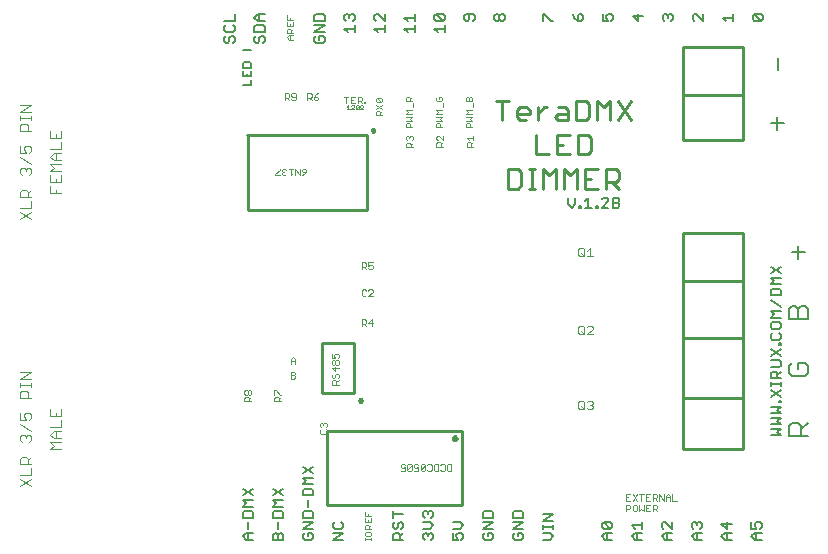
<source format=gto>
G75*
G70*
%OFA0B0*%
%FSLAX24Y24*%
%IPPOS*%
%LPD*%
%AMOC8*
5,1,8,0,0,1.08239X$1,22.5*
%
%ADD10C,0.0060*%
%ADD11C,0.0030*%
%ADD12C,0.0050*%
%ADD13C,0.0020*%
%ADD14C,0.0100*%
%ADD15C,0.0070*%
%ADD16C,0.0040*%
%ADD17C,0.0110*%
D10*
X009025Y002383D02*
X009138Y002497D01*
X009365Y002497D01*
X009195Y002497D02*
X009195Y002270D01*
X009138Y002270D02*
X009025Y002383D01*
X009138Y002270D02*
X009365Y002270D01*
X009195Y002638D02*
X009195Y002865D01*
X009365Y003007D02*
X009365Y003177D01*
X009308Y003233D01*
X009081Y003233D01*
X009025Y003177D01*
X009025Y003007D01*
X009365Y003007D01*
X009365Y003375D02*
X009025Y003375D01*
X009138Y003488D01*
X009025Y003602D01*
X009365Y003602D01*
X009365Y003743D02*
X009025Y003970D01*
X009025Y003743D02*
X009365Y003970D01*
X010025Y003970D02*
X010365Y003743D01*
X010365Y003602D02*
X010025Y003602D01*
X010138Y003488D01*
X010025Y003375D01*
X010365Y003375D01*
X010308Y003233D02*
X010081Y003233D01*
X010025Y003177D01*
X010025Y003007D01*
X010365Y003007D01*
X010365Y003177D01*
X010308Y003233D01*
X010195Y002865D02*
X010195Y002638D01*
X010252Y002497D02*
X010195Y002440D01*
X010195Y002270D01*
X010365Y002270D02*
X010025Y002270D01*
X010025Y002440D01*
X010081Y002497D01*
X010138Y002497D01*
X010195Y002440D01*
X010252Y002497D02*
X010308Y002497D01*
X010365Y002440D01*
X010365Y002270D01*
X011025Y002327D02*
X011081Y002270D01*
X011308Y002270D01*
X011365Y002327D01*
X011365Y002440D01*
X011308Y002497D01*
X011195Y002497D01*
X011195Y002383D01*
X011081Y002497D02*
X011025Y002440D01*
X011025Y002327D01*
X011025Y002638D02*
X011365Y002865D01*
X011025Y002865D01*
X011025Y003007D02*
X011025Y003177D01*
X011081Y003233D01*
X011308Y003233D01*
X011365Y003177D01*
X011365Y003007D01*
X011025Y003007D01*
X011025Y002638D02*
X011365Y002638D01*
X012025Y002695D02*
X012081Y002638D01*
X012308Y002638D01*
X012365Y002695D01*
X012365Y002808D01*
X012308Y002865D01*
X012081Y002865D02*
X012025Y002808D01*
X012025Y002695D01*
X012025Y002497D02*
X012365Y002497D01*
X012025Y002270D01*
X012365Y002270D01*
X011195Y003375D02*
X011195Y003602D01*
X011025Y003743D02*
X011365Y003743D01*
X011365Y003913D01*
X011308Y003970D01*
X011081Y003970D01*
X011025Y003913D01*
X011025Y003743D01*
X011025Y004112D02*
X011138Y004225D01*
X011025Y004338D01*
X011365Y004338D01*
X011365Y004480D02*
X011025Y004707D01*
X011025Y004480D02*
X011365Y004707D01*
X011365Y004112D02*
X011025Y004112D01*
X010365Y003970D02*
X010025Y003743D01*
X014025Y003233D02*
X014025Y003007D01*
X014025Y003120D02*
X014365Y003120D01*
X014308Y002865D02*
X014365Y002808D01*
X014365Y002695D01*
X014308Y002638D01*
X014195Y002695D02*
X014195Y002808D01*
X014252Y002865D01*
X014308Y002865D01*
X014195Y002695D02*
X014138Y002638D01*
X014081Y002638D01*
X014025Y002695D01*
X014025Y002808D01*
X014081Y002865D01*
X014081Y002497D02*
X014195Y002497D01*
X014252Y002440D01*
X014252Y002270D01*
X014365Y002270D02*
X014025Y002270D01*
X014025Y002440D01*
X014081Y002497D01*
X014252Y002383D02*
X014365Y002497D01*
X015025Y002440D02*
X015025Y002327D01*
X015081Y002270D01*
X015195Y002383D02*
X015195Y002440D01*
X015252Y002497D01*
X015308Y002497D01*
X015365Y002440D01*
X015365Y002327D01*
X015308Y002270D01*
X015195Y002440D02*
X015138Y002497D01*
X015081Y002497D01*
X015025Y002440D01*
X015025Y002638D02*
X015252Y002638D01*
X015365Y002752D01*
X015252Y002865D01*
X015025Y002865D01*
X015081Y003007D02*
X015025Y003063D01*
X015025Y003177D01*
X015081Y003233D01*
X015138Y003233D01*
X015195Y003177D01*
X015252Y003233D01*
X015308Y003233D01*
X015365Y003177D01*
X015365Y003063D01*
X015308Y003007D01*
X015195Y003120D02*
X015195Y003177D01*
X016025Y002865D02*
X016252Y002865D01*
X016365Y002752D01*
X016252Y002638D01*
X016025Y002638D01*
X016025Y002497D02*
X016025Y002270D01*
X016195Y002270D01*
X016138Y002383D01*
X016138Y002440D01*
X016195Y002497D01*
X016308Y002497D01*
X016365Y002440D01*
X016365Y002327D01*
X016308Y002270D01*
X017025Y002327D02*
X017081Y002270D01*
X017308Y002270D01*
X017365Y002327D01*
X017365Y002440D01*
X017308Y002497D01*
X017195Y002497D01*
X017195Y002383D01*
X017081Y002497D02*
X017025Y002440D01*
X017025Y002327D01*
X017025Y002638D02*
X017365Y002865D01*
X017025Y002865D01*
X017025Y003007D02*
X017025Y003177D01*
X017081Y003233D01*
X017308Y003233D01*
X017365Y003177D01*
X017365Y003007D01*
X017025Y003007D01*
X017025Y002638D02*
X017365Y002638D01*
X018025Y002638D02*
X018365Y002865D01*
X018025Y002865D01*
X018025Y003007D02*
X018025Y003177D01*
X018081Y003233D01*
X018308Y003233D01*
X018365Y003177D01*
X018365Y003007D01*
X018025Y003007D01*
X018025Y002638D02*
X018365Y002638D01*
X018308Y002497D02*
X018195Y002497D01*
X018195Y002383D01*
X018308Y002270D02*
X018081Y002270D01*
X018025Y002327D01*
X018025Y002440D01*
X018081Y002497D01*
X018308Y002497D02*
X018365Y002440D01*
X018365Y002327D01*
X018308Y002270D01*
X019025Y002270D02*
X019252Y002270D01*
X019365Y002383D01*
X019252Y002497D01*
X019025Y002497D01*
X019025Y002638D02*
X019025Y002752D01*
X019025Y002695D02*
X019365Y002695D01*
X019365Y002638D02*
X019365Y002752D01*
X019365Y002884D02*
X019025Y002884D01*
X019365Y003111D01*
X019025Y003111D01*
X020992Y002801D02*
X021048Y002857D01*
X021275Y002631D01*
X021332Y002687D01*
X021332Y002801D01*
X021275Y002857D01*
X021048Y002857D01*
X020992Y002801D02*
X020992Y002687D01*
X021048Y002631D01*
X021275Y002631D01*
X021332Y002489D02*
X021105Y002489D01*
X020992Y002376D01*
X021105Y002262D01*
X021332Y002262D01*
X021162Y002262D02*
X021162Y002489D01*
X021988Y002376D02*
X022101Y002489D01*
X022328Y002489D01*
X022328Y002631D02*
X022328Y002857D01*
X022328Y002744D02*
X021988Y002744D01*
X022101Y002631D01*
X022158Y002489D02*
X022158Y002262D01*
X022101Y002262D02*
X022328Y002262D01*
X022101Y002262D02*
X021988Y002376D01*
X022984Y002376D02*
X023097Y002489D01*
X023324Y002489D01*
X023324Y002631D02*
X023097Y002857D01*
X023040Y002857D01*
X022984Y002801D01*
X022984Y002687D01*
X023040Y002631D01*
X023154Y002489D02*
X023154Y002262D01*
X023097Y002262D02*
X022984Y002376D01*
X023097Y002262D02*
X023324Y002262D01*
X023324Y002631D02*
X023324Y002857D01*
X023980Y002801D02*
X024036Y002857D01*
X024093Y002857D01*
X024150Y002801D01*
X024206Y002857D01*
X024263Y002857D01*
X024320Y002801D01*
X024320Y002687D01*
X024263Y002631D01*
X024320Y002489D02*
X024093Y002489D01*
X023980Y002376D01*
X024093Y002262D01*
X024320Y002262D01*
X024150Y002262D02*
X024150Y002489D01*
X024036Y002631D02*
X023980Y002687D01*
X023980Y002801D01*
X024150Y002801D02*
X024150Y002744D01*
X024976Y002801D02*
X025146Y002631D01*
X025146Y002857D01*
X025316Y002801D02*
X024976Y002801D01*
X025089Y002489D02*
X025316Y002489D01*
X025146Y002489D02*
X025146Y002262D01*
X025089Y002262D02*
X024976Y002376D01*
X025089Y002489D01*
X025089Y002262D02*
X025316Y002262D01*
X025972Y002376D02*
X026085Y002489D01*
X026312Y002489D01*
X026255Y002631D02*
X026312Y002687D01*
X026312Y002801D01*
X026255Y002857D01*
X026142Y002857D01*
X026085Y002801D01*
X026085Y002744D01*
X026142Y002631D01*
X025972Y002631D01*
X025972Y002857D01*
X026142Y002489D02*
X026142Y002262D01*
X026085Y002262D02*
X025972Y002376D01*
X026085Y002262D02*
X026312Y002262D01*
X026615Y005745D02*
X026955Y005745D01*
X026842Y005858D01*
X026955Y005972D01*
X026615Y005972D01*
X026615Y006113D02*
X026955Y006113D01*
X026842Y006227D01*
X026955Y006340D01*
X026615Y006340D01*
X026615Y006481D02*
X026955Y006481D01*
X026842Y006595D01*
X026955Y006708D01*
X026615Y006708D01*
X026898Y006850D02*
X026898Y006907D01*
X026955Y006907D01*
X026955Y006850D01*
X026898Y006850D01*
X026955Y007034D02*
X026615Y007261D01*
X026615Y007402D02*
X026615Y007516D01*
X026615Y007459D02*
X026955Y007459D01*
X026955Y007402D02*
X026955Y007516D01*
X026955Y007648D02*
X026615Y007648D01*
X026615Y007818D01*
X026671Y007875D01*
X026785Y007875D01*
X026842Y007818D01*
X026842Y007648D01*
X026842Y007761D02*
X026955Y007875D01*
X026898Y008016D02*
X026955Y008073D01*
X026955Y008186D01*
X026898Y008243D01*
X026615Y008243D01*
X026615Y008384D02*
X026955Y008611D01*
X026955Y008753D02*
X026898Y008753D01*
X026898Y008809D01*
X026955Y008809D01*
X026955Y008753D01*
X026898Y008937D02*
X026955Y008994D01*
X026955Y009107D01*
X026898Y009164D01*
X026898Y009305D02*
X026955Y009362D01*
X026955Y009475D01*
X026898Y009532D01*
X026671Y009532D01*
X026615Y009475D01*
X026615Y009362D01*
X026671Y009305D01*
X026898Y009305D01*
X026671Y009164D02*
X026615Y009107D01*
X026615Y008994D01*
X026671Y008937D01*
X026898Y008937D01*
X026615Y008611D02*
X026955Y008384D01*
X026898Y008016D02*
X026615Y008016D01*
X026955Y007261D02*
X026615Y007034D01*
X026615Y009674D02*
X026728Y009787D01*
X026615Y009900D01*
X026955Y009900D01*
X026955Y010042D02*
X026615Y010269D01*
X026615Y010410D02*
X026615Y010580D01*
X026671Y010637D01*
X026898Y010637D01*
X026955Y010580D01*
X026955Y010410D01*
X026615Y010410D01*
X026615Y010778D02*
X026728Y010892D01*
X026615Y011005D01*
X026955Y011005D01*
X026955Y011147D02*
X026615Y011374D01*
X026615Y011147D02*
X026955Y011374D01*
X026955Y010778D02*
X026615Y010778D01*
X026615Y009674D02*
X026955Y009674D01*
X021574Y013387D02*
X021517Y013330D01*
X021347Y013330D01*
X021347Y013670D01*
X021517Y013670D01*
X021574Y013614D01*
X021574Y013557D01*
X021517Y013500D01*
X021347Y013500D01*
X021205Y013557D02*
X020978Y013330D01*
X021205Y013330D01*
X021205Y013557D02*
X021205Y013614D01*
X021149Y013670D01*
X021035Y013670D01*
X020978Y013614D01*
X020851Y013387D02*
X020851Y013330D01*
X020794Y013330D01*
X020794Y013387D01*
X020851Y013387D01*
X020653Y013330D02*
X020426Y013330D01*
X020539Y013330D02*
X020539Y013670D01*
X020426Y013557D01*
X020298Y013387D02*
X020298Y013330D01*
X020242Y013330D01*
X020242Y013387D01*
X020298Y013387D01*
X020100Y013443D02*
X020100Y013670D01*
X020100Y013443D02*
X019987Y013330D01*
X019873Y013443D01*
X019873Y013670D01*
X021517Y013500D02*
X021574Y013443D01*
X021574Y013387D01*
X015745Y019193D02*
X015745Y019420D01*
X015745Y019307D02*
X015405Y019307D01*
X015518Y019193D01*
X015461Y019562D02*
X015405Y019618D01*
X015405Y019732D01*
X015461Y019789D01*
X015688Y019562D01*
X015745Y019618D01*
X015745Y019732D01*
X015688Y019789D01*
X015461Y019789D01*
X015461Y019562D02*
X015688Y019562D01*
X016405Y019618D02*
X016461Y019562D01*
X016518Y019562D01*
X016575Y019618D01*
X016575Y019789D01*
X016688Y019789D02*
X016461Y019789D01*
X016405Y019732D01*
X016405Y019618D01*
X016688Y019562D02*
X016745Y019618D01*
X016745Y019732D01*
X016688Y019789D01*
X017405Y019732D02*
X017405Y019618D01*
X017461Y019562D01*
X017518Y019562D01*
X017575Y019618D01*
X017575Y019732D01*
X017632Y019789D01*
X017688Y019789D01*
X017745Y019732D01*
X017745Y019618D01*
X017688Y019562D01*
X017632Y019562D01*
X017575Y019618D01*
X017575Y019732D02*
X017518Y019789D01*
X017461Y019789D01*
X017405Y019732D01*
X019015Y019789D02*
X019015Y019562D01*
X019015Y019789D02*
X019071Y019789D01*
X019298Y019562D01*
X019355Y019562D01*
X020015Y019789D02*
X020071Y019675D01*
X020185Y019562D01*
X020185Y019732D01*
X020242Y019789D01*
X020298Y019789D01*
X020355Y019732D01*
X020355Y019618D01*
X020298Y019562D01*
X020185Y019562D01*
X021015Y019562D02*
X021185Y019562D01*
X021128Y019675D01*
X021128Y019732D01*
X021185Y019789D01*
X021298Y019789D01*
X021355Y019732D01*
X021355Y019618D01*
X021298Y019562D01*
X021015Y019562D02*
X021015Y019789D01*
X022015Y019732D02*
X022185Y019562D01*
X022185Y019789D01*
X022355Y019732D02*
X022015Y019732D01*
X023015Y019732D02*
X023015Y019618D01*
X023071Y019562D01*
X023185Y019675D02*
X023185Y019732D01*
X023242Y019789D01*
X023298Y019789D01*
X023355Y019732D01*
X023355Y019618D01*
X023298Y019562D01*
X023185Y019732D02*
X023128Y019789D01*
X023071Y019789D01*
X023015Y019732D01*
X024015Y019732D02*
X024015Y019618D01*
X024071Y019562D01*
X024015Y019732D02*
X024071Y019789D01*
X024128Y019789D01*
X024355Y019562D01*
X024355Y019789D01*
X025015Y019675D02*
X025355Y019675D01*
X025355Y019562D02*
X025355Y019789D01*
X025128Y019562D02*
X025015Y019675D01*
X026015Y019618D02*
X026015Y019732D01*
X026071Y019789D01*
X026298Y019562D01*
X026355Y019618D01*
X026355Y019732D01*
X026298Y019789D01*
X026071Y019789D01*
X026015Y019618D02*
X026071Y019562D01*
X026298Y019562D01*
X014745Y019562D02*
X014745Y019789D01*
X014745Y019675D02*
X014405Y019675D01*
X014518Y019562D01*
X014745Y019420D02*
X014745Y019193D01*
X014745Y019307D02*
X014405Y019307D01*
X014518Y019193D01*
X013745Y019193D02*
X013745Y019420D01*
X013745Y019307D02*
X013405Y019307D01*
X013518Y019193D01*
X013461Y019562D02*
X013405Y019618D01*
X013405Y019732D01*
X013461Y019789D01*
X013518Y019789D01*
X013745Y019562D01*
X013745Y019789D01*
X012745Y019732D02*
X012745Y019618D01*
X012688Y019562D01*
X012745Y019420D02*
X012745Y019193D01*
X012745Y019307D02*
X012405Y019307D01*
X012518Y019193D01*
X012461Y019562D02*
X012405Y019618D01*
X012405Y019732D01*
X012461Y019789D01*
X012518Y019789D01*
X012575Y019732D01*
X012632Y019789D01*
X012688Y019789D01*
X012745Y019732D01*
X012575Y019732D02*
X012575Y019675D01*
X011745Y019732D02*
X011745Y019562D01*
X011405Y019562D01*
X011405Y019732D01*
X011461Y019789D01*
X011688Y019789D01*
X011745Y019732D01*
X011745Y019420D02*
X011405Y019420D01*
X011405Y019193D02*
X011745Y019420D01*
X011745Y019193D02*
X011405Y019193D01*
X011461Y019052D02*
X011405Y018995D01*
X011405Y018882D01*
X011461Y018825D01*
X011688Y018825D01*
X011745Y018882D01*
X011745Y018995D01*
X011688Y019052D01*
X011575Y019052D01*
X011575Y018938D01*
X009745Y018882D02*
X009688Y018825D01*
X009745Y018882D02*
X009745Y018995D01*
X009688Y019052D01*
X009632Y019052D01*
X009575Y018995D01*
X009575Y018882D01*
X009518Y018825D01*
X009461Y018825D01*
X009405Y018882D01*
X009405Y018995D01*
X009461Y019052D01*
X009405Y019193D02*
X009405Y019364D01*
X009461Y019420D01*
X009688Y019420D01*
X009745Y019364D01*
X009745Y019193D01*
X009405Y019193D01*
X009518Y019562D02*
X009405Y019675D01*
X009518Y019789D01*
X009745Y019789D01*
X009575Y019789D02*
X009575Y019562D01*
X009518Y019562D02*
X009745Y019562D01*
X008745Y019562D02*
X008745Y019789D01*
X008745Y019562D02*
X008405Y019562D01*
X008461Y019420D02*
X008405Y019364D01*
X008405Y019250D01*
X008461Y019193D01*
X008688Y019193D01*
X008745Y019250D01*
X008745Y019364D01*
X008688Y019420D01*
X008688Y019052D02*
X008745Y018995D01*
X008745Y018882D01*
X008688Y018825D01*
X008575Y018882D02*
X008518Y018825D01*
X008461Y018825D01*
X008405Y018882D01*
X008405Y018995D01*
X008461Y019052D01*
X008575Y018995D02*
X008632Y019052D01*
X008688Y019052D01*
X008575Y018995D02*
X008575Y018882D01*
D11*
X010480Y019011D02*
X010550Y019081D01*
X010690Y019081D01*
X010690Y019162D02*
X010480Y019162D01*
X010480Y019267D01*
X010515Y019302D01*
X010585Y019302D01*
X010620Y019267D01*
X010620Y019162D01*
X010620Y019232D02*
X010690Y019302D01*
X010690Y019383D02*
X010690Y019523D01*
X010690Y019604D02*
X010480Y019604D01*
X010480Y019744D01*
X010585Y019674D02*
X010585Y019604D01*
X010480Y019523D02*
X010480Y019383D01*
X010690Y019383D01*
X010585Y019383D02*
X010585Y019453D01*
X010585Y019081D02*
X010585Y018941D01*
X010550Y018941D02*
X010480Y019011D01*
X010550Y018941D02*
X010690Y018941D01*
X020200Y011957D02*
X020200Y011763D01*
X020248Y011715D01*
X020345Y011715D01*
X020393Y011763D01*
X020393Y011957D01*
X020345Y012005D01*
X020248Y012005D01*
X020200Y011957D01*
X020297Y011812D02*
X020393Y011715D01*
X020495Y011715D02*
X020688Y011715D01*
X020591Y011715D02*
X020591Y012005D01*
X020495Y011908D01*
X020543Y009405D02*
X020495Y009357D01*
X020543Y009405D02*
X020640Y009405D01*
X020688Y009357D01*
X020688Y009308D01*
X020495Y009115D01*
X020688Y009115D01*
X020393Y009115D02*
X020297Y009212D01*
X020393Y009163D02*
X020345Y009115D01*
X020248Y009115D01*
X020200Y009163D01*
X020200Y009357D01*
X020248Y009405D01*
X020345Y009405D01*
X020393Y009357D01*
X020393Y009163D01*
X020345Y006905D02*
X020393Y006857D01*
X020393Y006663D01*
X020345Y006615D01*
X020248Y006615D01*
X020200Y006663D01*
X020200Y006857D01*
X020248Y006905D01*
X020345Y006905D01*
X020495Y006857D02*
X020543Y006905D01*
X020640Y006905D01*
X020688Y006857D01*
X020688Y006808D01*
X020640Y006760D01*
X020688Y006712D01*
X020688Y006663D01*
X020640Y006615D01*
X020543Y006615D01*
X020495Y006663D01*
X020393Y006615D02*
X020297Y006712D01*
X020591Y006760D02*
X020640Y006760D01*
X013290Y003065D02*
X013080Y003065D01*
X013080Y003205D01*
X013185Y003135D02*
X013185Y003065D01*
X013290Y002984D02*
X013290Y002844D01*
X013080Y002844D01*
X013080Y002984D01*
X013185Y002914D02*
X013185Y002844D01*
X013185Y002763D02*
X013220Y002728D01*
X013220Y002623D01*
X013290Y002623D02*
X013080Y002623D01*
X013080Y002728D01*
X013115Y002763D01*
X013185Y002763D01*
X013220Y002693D02*
X013290Y002763D01*
X013255Y002542D02*
X013115Y002542D01*
X013080Y002507D01*
X013080Y002437D01*
X013115Y002402D01*
X013255Y002402D01*
X013290Y002437D01*
X013290Y002507D01*
X013255Y002542D01*
X013290Y002325D02*
X013290Y002255D01*
X013290Y002290D02*
X013080Y002290D01*
X013080Y002255D02*
X013080Y002325D01*
D12*
X009300Y017415D02*
X009030Y017415D01*
X009300Y017415D02*
X009300Y017595D01*
X009300Y017710D02*
X009300Y017890D01*
X009300Y018004D02*
X009030Y018004D01*
X009030Y018139D01*
X009075Y018184D01*
X009255Y018184D01*
X009300Y018139D01*
X009300Y018004D01*
X009165Y017800D02*
X009165Y017710D01*
X009030Y017710D02*
X009300Y017710D01*
X009030Y017710D02*
X009030Y017890D01*
X009030Y018594D02*
X009300Y018594D01*
D13*
X010415Y017150D02*
X010525Y017150D01*
X010562Y017113D01*
X010562Y017040D01*
X010525Y017003D01*
X010415Y017003D01*
X010415Y016930D02*
X010415Y017150D01*
X010488Y017003D02*
X010562Y016930D01*
X010636Y016967D02*
X010673Y016930D01*
X010746Y016930D01*
X010783Y016967D01*
X010783Y017113D01*
X010746Y017150D01*
X010673Y017150D01*
X010636Y017113D01*
X010636Y017077D01*
X010673Y017040D01*
X010783Y017040D01*
X011165Y017003D02*
X011275Y017003D01*
X011312Y017040D01*
X011312Y017113D01*
X011275Y017150D01*
X011165Y017150D01*
X011165Y016930D01*
X011238Y017003D02*
X011312Y016930D01*
X011386Y016967D02*
X011423Y016930D01*
X011496Y016930D01*
X011533Y016967D01*
X011533Y017003D01*
X011496Y017040D01*
X011386Y017040D01*
X011386Y016967D01*
X011386Y017040D02*
X011459Y017113D01*
X011533Y017150D01*
X012495Y016703D02*
X012542Y016750D01*
X012542Y016610D01*
X012588Y016610D02*
X012495Y016610D01*
X012642Y016610D02*
X012736Y016703D01*
X012736Y016727D01*
X012712Y016750D01*
X012666Y016750D01*
X012642Y016727D01*
X012642Y016610D02*
X012736Y016610D01*
X012790Y016633D02*
X012883Y016727D01*
X012883Y016633D01*
X012860Y016610D01*
X012813Y016610D01*
X012790Y016633D01*
X012790Y016727D01*
X012813Y016750D01*
X012860Y016750D01*
X012883Y016727D01*
X012937Y016727D02*
X012960Y016750D01*
X013007Y016750D01*
X013030Y016727D01*
X013030Y016680D01*
X013007Y016657D01*
X013007Y016610D01*
X013030Y016610D01*
X012960Y016610D02*
X012960Y016657D01*
X012937Y016680D01*
X012937Y016727D01*
X012937Y016610D02*
X012960Y016610D01*
X014465Y015691D02*
X014502Y015728D01*
X014538Y015728D01*
X014575Y015691D01*
X014612Y015728D01*
X014648Y015728D01*
X014685Y015691D01*
X014685Y015618D01*
X014648Y015581D01*
X014685Y015507D02*
X014612Y015433D01*
X014612Y015470D02*
X014612Y015360D01*
X014685Y015360D02*
X014465Y015360D01*
X014465Y015470D01*
X014502Y015507D01*
X014575Y015507D01*
X014612Y015470D01*
X014502Y015581D02*
X014465Y015618D01*
X014465Y015691D01*
X014575Y015691D02*
X014575Y015654D01*
X015475Y015628D02*
X015512Y015591D01*
X015475Y015628D02*
X015475Y015701D01*
X015512Y015738D01*
X015548Y015738D01*
X015695Y015591D01*
X015695Y015738D01*
X015695Y015517D02*
X015622Y015443D01*
X015622Y015480D02*
X015622Y015370D01*
X015695Y015370D02*
X015475Y015370D01*
X015475Y015480D01*
X015512Y015517D01*
X015585Y015517D01*
X015622Y015480D01*
X016485Y015480D02*
X016485Y015370D01*
X016705Y015370D01*
X016632Y015370D02*
X016632Y015480D01*
X016595Y015517D01*
X016522Y015517D01*
X016485Y015480D01*
X016558Y015591D02*
X016485Y015664D01*
X016705Y015664D01*
X016705Y015591D02*
X016705Y015738D01*
X016705Y015517D02*
X016632Y015443D01*
X013351Y011510D02*
X013204Y011510D01*
X013204Y011400D01*
X013277Y011437D01*
X013314Y011437D01*
X013351Y011400D01*
X013351Y011327D01*
X013314Y011290D01*
X013241Y011290D01*
X013204Y011327D01*
X013130Y011290D02*
X013056Y011363D01*
X013093Y011363D02*
X012983Y011363D01*
X012983Y011290D02*
X012983Y011510D01*
X013093Y011510D01*
X013130Y011473D01*
X013130Y011400D01*
X013093Y011363D01*
X013093Y010610D02*
X013020Y010610D01*
X012983Y010573D01*
X012983Y010427D01*
X013020Y010390D01*
X013093Y010390D01*
X013130Y010427D01*
X013204Y010390D02*
X013351Y010537D01*
X013351Y010573D01*
X013314Y010610D01*
X013241Y010610D01*
X013204Y010573D01*
X013130Y010573D02*
X013093Y010610D01*
X013204Y010390D02*
X013351Y010390D01*
X013314Y009610D02*
X013204Y009500D01*
X013351Y009500D01*
X013314Y009390D02*
X013314Y009610D01*
X013130Y009573D02*
X013130Y009500D01*
X013093Y009463D01*
X012983Y009463D01*
X012983Y009390D02*
X012983Y009610D01*
X013093Y009610D01*
X013130Y009573D01*
X013056Y009463D02*
X013130Y009390D01*
X012178Y008471D02*
X012215Y008434D01*
X012215Y008361D01*
X012178Y008324D01*
X012105Y008324D02*
X012068Y008397D01*
X012068Y008434D01*
X012105Y008471D01*
X012178Y008471D01*
X012105Y008324D02*
X011995Y008324D01*
X011995Y008471D01*
X012032Y008250D02*
X012068Y008250D01*
X012105Y008213D01*
X012105Y008140D01*
X012068Y008103D01*
X012032Y008103D01*
X011995Y008140D01*
X011995Y008213D01*
X012032Y008250D01*
X012105Y008213D02*
X012142Y008250D01*
X012178Y008250D01*
X012215Y008213D01*
X012215Y008140D01*
X012178Y008103D01*
X012142Y008103D01*
X012105Y008140D01*
X012105Y008029D02*
X012105Y007882D01*
X011995Y007992D01*
X012215Y007992D01*
X012178Y007808D02*
X012215Y007771D01*
X012215Y007698D01*
X012178Y007661D01*
X012105Y007698D02*
X012105Y007771D01*
X012142Y007808D01*
X012178Y007808D01*
X012105Y007698D02*
X012068Y007661D01*
X012032Y007661D01*
X011995Y007698D01*
X011995Y007771D01*
X012032Y007808D01*
X012032Y007587D02*
X012105Y007587D01*
X012142Y007550D01*
X012142Y007440D01*
X012215Y007440D02*
X011995Y007440D01*
X011995Y007550D01*
X012032Y007587D01*
X012142Y007513D02*
X012215Y007587D01*
X010772Y007677D02*
X010735Y007640D01*
X010625Y007640D01*
X010625Y007860D01*
X010735Y007860D01*
X010772Y007823D01*
X010772Y007787D01*
X010735Y007750D01*
X010625Y007750D01*
X010735Y007750D02*
X010772Y007713D01*
X010772Y007677D01*
X010772Y008130D02*
X010772Y008277D01*
X010698Y008350D01*
X010625Y008277D01*
X010625Y008130D01*
X010625Y008240D02*
X010772Y008240D01*
X010112Y007248D02*
X010258Y007101D01*
X010295Y007101D01*
X010295Y007027D02*
X010222Y006953D01*
X010222Y006990D02*
X010222Y006880D01*
X010295Y006880D02*
X010075Y006880D01*
X010075Y006990D01*
X010112Y007027D01*
X010185Y007027D01*
X010222Y006990D01*
X010075Y007101D02*
X010075Y007248D01*
X010112Y007248D01*
X009295Y007211D02*
X009295Y007138D01*
X009258Y007101D01*
X009222Y007101D01*
X009185Y007138D01*
X009185Y007211D01*
X009222Y007248D01*
X009258Y007248D01*
X009295Y007211D01*
X009185Y007211D02*
X009148Y007248D01*
X009112Y007248D01*
X009075Y007211D01*
X009075Y007138D01*
X009112Y007101D01*
X009148Y007101D01*
X009185Y007138D01*
X009185Y007027D02*
X009222Y006990D01*
X009222Y006880D01*
X009295Y006880D02*
X009075Y006880D01*
X009075Y006990D01*
X009112Y007027D01*
X009185Y007027D01*
X009222Y006953D02*
X009295Y007027D01*
X011595Y006131D02*
X011595Y006058D01*
X011632Y006021D01*
X011632Y005947D02*
X011595Y005910D01*
X011595Y005837D01*
X011632Y005800D01*
X011778Y005800D01*
X011815Y005837D01*
X011815Y005910D01*
X011778Y005947D01*
X011778Y006021D02*
X011815Y006058D01*
X011815Y006131D01*
X011778Y006168D01*
X011742Y006168D01*
X011705Y006131D01*
X011705Y006094D01*
X011705Y006131D02*
X011668Y006168D01*
X011632Y006168D01*
X011595Y006131D01*
X014281Y004753D02*
X014318Y004790D01*
X014391Y004790D01*
X014428Y004753D01*
X014428Y004680D02*
X014355Y004643D01*
X014318Y004643D01*
X014281Y004680D01*
X014281Y004753D01*
X014428Y004680D02*
X014428Y004570D01*
X014281Y004570D01*
X014502Y004607D02*
X014649Y004753D01*
X014612Y004790D01*
X014539Y004790D01*
X014502Y004753D01*
X014502Y004607D01*
X014539Y004570D01*
X014612Y004570D01*
X014649Y004607D01*
X014649Y004753D01*
X014723Y004753D02*
X014760Y004790D01*
X014833Y004790D01*
X014870Y004753D01*
X014870Y004680D02*
X014797Y004643D01*
X014760Y004643D01*
X014723Y004680D01*
X014723Y004753D01*
X014870Y004680D02*
X014870Y004570D01*
X014723Y004570D01*
X014944Y004607D02*
X015091Y004753D01*
X015054Y004790D01*
X014981Y004790D01*
X014944Y004753D01*
X014944Y004607D01*
X014981Y004570D01*
X015054Y004570D01*
X015091Y004607D01*
X015091Y004753D01*
X015165Y004753D02*
X015202Y004790D01*
X015275Y004790D01*
X015312Y004753D01*
X015312Y004607D01*
X015275Y004570D01*
X015202Y004570D01*
X015165Y004607D01*
X015386Y004607D02*
X015423Y004570D01*
X015533Y004570D01*
X015533Y004790D01*
X015423Y004790D01*
X015386Y004753D01*
X015386Y004607D01*
X015607Y004607D02*
X015644Y004570D01*
X015717Y004570D01*
X015754Y004607D01*
X015754Y004753D01*
X015717Y004790D01*
X015644Y004790D01*
X015607Y004753D01*
X015828Y004753D02*
X015828Y004607D01*
X015865Y004570D01*
X015975Y004570D01*
X015975Y004790D01*
X015865Y004790D01*
X015828Y004753D01*
X021795Y003790D02*
X021795Y003570D01*
X021942Y003570D01*
X022016Y003570D02*
X022163Y003790D01*
X022237Y003790D02*
X022384Y003790D01*
X022310Y003790D02*
X022310Y003570D01*
X022163Y003570D02*
X022016Y003790D01*
X021942Y003790D02*
X021795Y003790D01*
X021795Y003680D02*
X021868Y003680D01*
X021905Y003430D02*
X021795Y003430D01*
X021795Y003210D01*
X021795Y003283D02*
X021905Y003283D01*
X021942Y003320D01*
X021942Y003393D01*
X021905Y003430D01*
X022016Y003393D02*
X022016Y003247D01*
X022053Y003210D01*
X022126Y003210D01*
X022163Y003247D01*
X022163Y003393D01*
X022126Y003430D01*
X022053Y003430D01*
X022016Y003393D01*
X022237Y003430D02*
X022237Y003210D01*
X022310Y003283D01*
X022384Y003210D01*
X022384Y003430D01*
X022458Y003430D02*
X022458Y003210D01*
X022605Y003210D01*
X022679Y003210D02*
X022679Y003430D01*
X022789Y003430D01*
X022826Y003393D01*
X022826Y003320D01*
X022789Y003283D01*
X022679Y003283D01*
X022752Y003283D02*
X022826Y003210D01*
X022605Y003430D02*
X022458Y003430D01*
X022458Y003320D02*
X022531Y003320D01*
X022458Y003570D02*
X022605Y003570D01*
X022679Y003570D02*
X022679Y003790D01*
X022789Y003790D01*
X022826Y003753D01*
X022826Y003680D01*
X022789Y003643D01*
X022679Y003643D01*
X022752Y003643D02*
X022826Y003570D01*
X022900Y003570D02*
X022900Y003790D01*
X023047Y003570D01*
X023047Y003790D01*
X023121Y003717D02*
X023194Y003790D01*
X023268Y003717D01*
X023268Y003570D01*
X023342Y003570D02*
X023489Y003570D01*
X023342Y003570D02*
X023342Y003790D01*
X023268Y003680D02*
X023121Y003680D01*
X023121Y003717D02*
X023121Y003570D01*
X022605Y003790D02*
X022458Y003790D01*
X022458Y003570D01*
X022458Y003680D02*
X022531Y003680D01*
X011133Y014523D02*
X011059Y014449D01*
X010986Y014413D01*
X010912Y014413D02*
X010765Y014633D01*
X010765Y014413D01*
X010691Y014486D02*
X010617Y014413D01*
X010617Y014633D01*
X010544Y014633D02*
X010691Y014633D01*
X010912Y014633D02*
X010912Y014413D01*
X011023Y014523D02*
X011133Y014523D01*
X011133Y014596D01*
X011096Y014633D01*
X011023Y014633D01*
X010986Y014596D01*
X010986Y014559D01*
X011023Y014523D01*
X010470Y014596D02*
X010433Y014633D01*
X010360Y014633D01*
X010323Y014596D01*
X010323Y014559D01*
X010360Y014523D01*
X010396Y014523D01*
X010360Y014523D02*
X010323Y014486D01*
X010323Y014449D01*
X010360Y014413D01*
X010433Y014413D01*
X010470Y014449D01*
X010249Y014413D02*
X010102Y014413D01*
X010102Y014449D01*
X010249Y014596D01*
X010249Y014633D01*
D14*
X009185Y015750D02*
X009185Y013250D01*
X013175Y013250D01*
X013175Y015760D01*
X009175Y015760D01*
X013320Y015910D02*
X013322Y015923D01*
X013327Y015934D01*
X013336Y015944D01*
X013346Y015951D01*
X013359Y015955D01*
X013371Y015955D01*
X013384Y015951D01*
X013394Y015944D01*
X013403Y015934D01*
X013408Y015923D01*
X013410Y015910D01*
X013408Y015897D01*
X013403Y015886D01*
X013394Y015876D01*
X013384Y015869D01*
X013371Y015865D01*
X013359Y015865D01*
X013346Y015869D01*
X013336Y015876D01*
X013327Y015886D01*
X013322Y015897D01*
X013320Y015910D01*
X012715Y008840D02*
X011655Y008840D01*
X011655Y007150D01*
X012715Y007150D01*
X012715Y008840D01*
X012895Y006910D02*
X012897Y006923D01*
X012902Y006936D01*
X012911Y006947D01*
X012922Y006954D01*
X012935Y006959D01*
X012948Y006960D01*
X012962Y006957D01*
X012974Y006951D01*
X012984Y006942D01*
X012991Y006930D01*
X012995Y006917D01*
X012995Y006903D01*
X012991Y006890D01*
X012984Y006878D01*
X012974Y006869D01*
X012962Y006863D01*
X012948Y006860D01*
X012935Y006861D01*
X012922Y006866D01*
X012911Y006873D01*
X012902Y006884D01*
X012897Y006897D01*
X012895Y006910D01*
X011835Y005890D02*
X016335Y005890D01*
X016335Y003410D01*
X011825Y003410D01*
X011825Y005890D01*
X016024Y005650D02*
X016026Y005665D01*
X016032Y005679D01*
X016041Y005692D01*
X016052Y005702D01*
X016066Y005708D01*
X016081Y005711D01*
X016096Y005710D01*
X016111Y005705D01*
X016124Y005697D01*
X016134Y005686D01*
X016142Y005672D01*
X016146Y005658D01*
X016146Y005642D01*
X016142Y005628D01*
X016134Y005614D01*
X016124Y005603D01*
X016111Y005595D01*
X016096Y005590D01*
X016081Y005589D01*
X016066Y005592D01*
X016052Y005598D01*
X016041Y005608D01*
X016032Y005621D01*
X016026Y005635D01*
X016024Y005650D01*
X023685Y005300D02*
X025685Y005300D01*
X025685Y007000D01*
X023685Y007000D01*
X023685Y005300D01*
X023685Y007000D02*
X023685Y009000D01*
X025685Y009000D01*
X025685Y010900D01*
X023685Y010900D01*
X023685Y009000D01*
X025685Y009000D02*
X025685Y007000D01*
X025685Y010900D02*
X025685Y012500D01*
X023685Y012500D01*
X023685Y010900D01*
X023685Y015600D02*
X025685Y015600D01*
X025685Y017100D01*
X023685Y017100D01*
X023685Y015600D01*
X023685Y017100D02*
X023685Y018700D01*
X025685Y018700D01*
X025685Y017100D01*
D15*
X026625Y016145D02*
X027045Y016145D01*
X026835Y015935D02*
X026835Y016355D01*
X026845Y017920D02*
X026845Y018341D01*
X027535Y012055D02*
X027535Y011635D01*
X027325Y011845D02*
X027745Y011845D01*
X027745Y010055D02*
X027850Y009950D01*
X027850Y009635D01*
X027219Y009635D01*
X027219Y009950D01*
X027325Y010055D01*
X027430Y010055D01*
X027535Y009950D01*
X027535Y009635D01*
X027535Y009950D02*
X027640Y010055D01*
X027745Y010055D01*
X027745Y008155D02*
X027535Y008155D01*
X027535Y007945D01*
X027325Y007735D02*
X027745Y007735D01*
X027850Y007840D01*
X027850Y008050D01*
X027745Y008155D01*
X027325Y008155D02*
X027219Y008050D01*
X027219Y007840D01*
X027325Y007735D01*
X027325Y006155D02*
X027535Y006155D01*
X027640Y006050D01*
X027640Y005735D01*
X027850Y005735D02*
X027219Y005735D01*
X027219Y006050D01*
X027325Y006155D01*
X027640Y005945D02*
X027850Y006155D01*
D16*
X001965Y004296D02*
X001605Y004056D01*
X001605Y004296D02*
X001965Y004056D01*
X001965Y004424D02*
X001605Y004424D01*
X001965Y004424D02*
X001965Y004664D01*
X001965Y004792D02*
X001605Y004792D01*
X001605Y004972D01*
X001665Y005032D01*
X001785Y005032D01*
X001845Y004972D01*
X001845Y004792D01*
X001845Y004912D02*
X001965Y005032D01*
X001905Y005529D02*
X001965Y005589D01*
X001965Y005709D01*
X001905Y005769D01*
X001845Y005769D01*
X001785Y005709D01*
X001785Y005649D01*
X001785Y005709D02*
X001725Y005769D01*
X001665Y005769D01*
X001605Y005709D01*
X001605Y005589D01*
X001665Y005529D01*
X001965Y005897D02*
X001605Y006137D01*
X001605Y006266D02*
X001785Y006266D01*
X001725Y006386D01*
X001725Y006446D01*
X001785Y006506D01*
X001905Y006506D01*
X001965Y006446D01*
X001965Y006326D01*
X001905Y006266D01*
X001605Y006266D02*
X001605Y006506D01*
X001605Y007002D02*
X001605Y007182D01*
X001665Y007242D01*
X001785Y007242D01*
X001845Y007182D01*
X001845Y007002D01*
X001965Y007002D02*
X001605Y007002D01*
X001605Y007370D02*
X001605Y007491D01*
X001605Y007431D02*
X001965Y007431D01*
X001965Y007491D02*
X001965Y007370D01*
X001965Y007616D02*
X001605Y007616D01*
X001965Y007856D01*
X001605Y007856D01*
X002605Y006629D02*
X002605Y006388D01*
X002965Y006388D01*
X002965Y006629D01*
X002785Y006508D02*
X002785Y006388D01*
X002965Y006260D02*
X002965Y006020D01*
X002605Y006020D01*
X002725Y005892D02*
X002965Y005892D01*
X002785Y005892D02*
X002785Y005652D01*
X002725Y005652D02*
X002605Y005772D01*
X002725Y005892D01*
X002725Y005652D02*
X002965Y005652D01*
X002965Y005524D02*
X002605Y005524D01*
X002725Y005403D01*
X002605Y005283D01*
X002965Y005283D01*
X001965Y012956D02*
X001605Y013196D01*
X001605Y013324D02*
X001965Y013324D01*
X001965Y013564D01*
X001965Y013692D02*
X001605Y013692D01*
X001605Y013872D01*
X001665Y013932D01*
X001785Y013932D01*
X001845Y013872D01*
X001845Y013692D01*
X001845Y013812D02*
X001965Y013932D01*
X001905Y014429D02*
X001965Y014489D01*
X001965Y014609D01*
X001905Y014669D01*
X001845Y014669D01*
X001785Y014609D01*
X001785Y014549D01*
X001785Y014609D02*
X001725Y014669D01*
X001665Y014669D01*
X001605Y014609D01*
X001605Y014489D01*
X001665Y014429D01*
X001965Y014797D02*
X001605Y015037D01*
X001605Y015166D02*
X001785Y015166D01*
X001725Y015286D01*
X001725Y015346D01*
X001785Y015406D01*
X001905Y015406D01*
X001965Y015346D01*
X001965Y015226D01*
X001905Y015166D01*
X001605Y015166D02*
X001605Y015406D01*
X001605Y015902D02*
X001605Y016082D01*
X001665Y016142D01*
X001785Y016142D01*
X001845Y016082D01*
X001845Y015902D01*
X001965Y015902D02*
X001605Y015902D01*
X001605Y016270D02*
X001605Y016391D01*
X001605Y016331D02*
X001965Y016331D01*
X001965Y016391D02*
X001965Y016270D01*
X001965Y016516D02*
X001605Y016516D01*
X001965Y016756D01*
X001605Y016756D01*
X002605Y015897D02*
X002605Y015657D01*
X002965Y015657D01*
X002965Y015897D01*
X002785Y015777D02*
X002785Y015657D01*
X002965Y015529D02*
X002965Y015288D01*
X002605Y015288D01*
X002725Y015160D02*
X002965Y015160D01*
X002785Y015160D02*
X002785Y014920D01*
X002725Y014920D02*
X002605Y015040D01*
X002725Y015160D01*
X002725Y014920D02*
X002965Y014920D01*
X002965Y014792D02*
X002605Y014792D01*
X002725Y014672D01*
X002605Y014552D01*
X002965Y014552D01*
X002965Y014424D02*
X002965Y014183D01*
X002605Y014183D01*
X002605Y014424D01*
X002785Y014303D02*
X002785Y014183D01*
X002605Y014055D02*
X002605Y013815D01*
X002965Y013815D01*
X002785Y013815D02*
X002785Y013935D01*
X001965Y013196D02*
X001605Y012956D01*
X012405Y017020D02*
X012538Y017020D01*
X012472Y017020D02*
X012472Y016820D01*
X012626Y016820D02*
X012759Y016820D01*
X012847Y016820D02*
X012847Y017020D01*
X012947Y017020D01*
X012980Y016987D01*
X012980Y016920D01*
X012947Y016887D01*
X012847Y016887D01*
X012914Y016887D02*
X012980Y016820D01*
X013068Y016820D02*
X013101Y016820D01*
X013101Y016853D01*
X013068Y016853D01*
X013068Y016820D01*
X012759Y017020D02*
X012626Y017020D01*
X012626Y016820D01*
X012626Y016920D02*
X012693Y016920D01*
X013465Y016895D02*
X013498Y016862D01*
X013632Y016862D01*
X013498Y016995D01*
X013632Y016995D01*
X013665Y016962D01*
X013665Y016895D01*
X013632Y016862D01*
X013665Y016774D02*
X013465Y016641D01*
X013498Y016553D02*
X013565Y016553D01*
X013598Y016520D01*
X013598Y016420D01*
X013598Y016487D02*
X013665Y016553D01*
X013665Y016641D02*
X013465Y016774D01*
X013465Y016895D02*
X013465Y016962D01*
X013498Y016995D01*
X013498Y016553D02*
X013465Y016520D01*
X013465Y016420D01*
X013665Y016420D01*
X014465Y016462D02*
X014532Y016529D01*
X014465Y016595D01*
X014665Y016595D01*
X014698Y016683D02*
X014698Y016816D01*
X014665Y016904D02*
X014465Y016904D01*
X014465Y017004D01*
X014498Y017037D01*
X014565Y017037D01*
X014598Y017004D01*
X014598Y016904D01*
X014598Y016971D02*
X014665Y017037D01*
X014665Y016462D02*
X014465Y016462D01*
X014465Y016374D02*
X014665Y016374D01*
X014598Y016308D01*
X014665Y016241D01*
X014465Y016241D01*
X014498Y016153D02*
X014565Y016153D01*
X014598Y016120D01*
X014598Y016020D01*
X014665Y016020D02*
X014465Y016020D01*
X014465Y016120D01*
X014498Y016153D01*
X015465Y016120D02*
X015465Y016020D01*
X015665Y016020D01*
X015598Y016020D02*
X015598Y016120D01*
X015565Y016153D01*
X015498Y016153D01*
X015465Y016120D01*
X015465Y016241D02*
X015665Y016241D01*
X015598Y016308D01*
X015665Y016374D01*
X015465Y016374D01*
X015465Y016462D02*
X015532Y016529D01*
X015465Y016595D01*
X015665Y016595D01*
X015698Y016683D02*
X015698Y016816D01*
X015632Y016904D02*
X015498Y016904D01*
X015465Y016937D01*
X015465Y017004D01*
X015498Y017037D01*
X015565Y017037D02*
X015565Y016971D01*
X015565Y017037D02*
X015632Y017037D01*
X015665Y017004D01*
X015665Y016937D01*
X015632Y016904D01*
X015665Y016462D02*
X015465Y016462D01*
X016465Y016462D02*
X016532Y016529D01*
X016465Y016595D01*
X016665Y016595D01*
X016698Y016683D02*
X016698Y016816D01*
X016665Y016904D02*
X016665Y017004D01*
X016632Y017037D01*
X016598Y017037D01*
X016565Y017004D01*
X016565Y016904D01*
X016665Y016904D02*
X016465Y016904D01*
X016465Y017004D01*
X016498Y017037D01*
X016532Y017037D01*
X016565Y017004D01*
X016665Y016462D02*
X016465Y016462D01*
X016465Y016374D02*
X016665Y016374D01*
X016598Y016308D01*
X016665Y016241D01*
X016465Y016241D01*
X016498Y016153D02*
X016565Y016153D01*
X016598Y016120D01*
X016598Y016020D01*
X016665Y016020D02*
X016465Y016020D01*
X016465Y016120D01*
X016498Y016153D01*
D17*
X017666Y016255D02*
X017666Y016906D01*
X017449Y016906D02*
X017883Y016906D01*
X018149Y016580D02*
X018257Y016689D01*
X018474Y016689D01*
X018583Y016580D01*
X018583Y016472D01*
X018149Y016472D01*
X018149Y016580D02*
X018149Y016363D01*
X018257Y016255D01*
X018474Y016255D01*
X018849Y016255D02*
X018849Y016689D01*
X019065Y016689D02*
X018849Y016472D01*
X019065Y016689D02*
X019174Y016689D01*
X019540Y016689D02*
X019757Y016689D01*
X019865Y016580D01*
X019865Y016255D01*
X019540Y016255D01*
X019432Y016363D01*
X019540Y016472D01*
X019865Y016472D01*
X020132Y016255D02*
X020457Y016255D01*
X020565Y016363D01*
X020565Y016797D01*
X020457Y016906D01*
X020132Y016906D01*
X020132Y016255D01*
X020831Y016255D02*
X020831Y016906D01*
X021048Y016689D01*
X021265Y016906D01*
X021265Y016255D01*
X021531Y016255D02*
X021965Y016906D01*
X021531Y016906D02*
X021965Y016255D01*
X020624Y015657D02*
X020624Y015223D01*
X020515Y015115D01*
X020190Y015115D01*
X020190Y015766D01*
X020515Y015766D01*
X020624Y015657D01*
X019924Y015766D02*
X019490Y015766D01*
X019490Y015115D01*
X019924Y015115D01*
X019707Y015440D02*
X019490Y015440D01*
X019224Y015115D02*
X018790Y015115D01*
X018790Y015766D01*
X018774Y014626D02*
X018557Y014626D01*
X018665Y014626D02*
X018665Y013975D01*
X018557Y013975D02*
X018774Y013975D01*
X019024Y013975D02*
X019024Y014626D01*
X019240Y014409D01*
X019457Y014626D01*
X019457Y013975D01*
X019723Y013975D02*
X019723Y014626D01*
X019940Y014409D01*
X020157Y014626D01*
X020157Y013975D01*
X020423Y013975D02*
X020857Y013975D01*
X021123Y013975D02*
X021123Y014626D01*
X021448Y014626D01*
X021557Y014517D01*
X021557Y014300D01*
X021448Y014192D01*
X021123Y014192D01*
X021340Y014192D02*
X021557Y013975D01*
X020857Y014626D02*
X020423Y014626D01*
X020423Y013975D01*
X020423Y014300D02*
X020640Y014300D01*
X018291Y014083D02*
X018183Y013975D01*
X017857Y013975D01*
X017857Y014626D01*
X018183Y014626D01*
X018291Y014517D01*
X018291Y014083D01*
M02*

</source>
